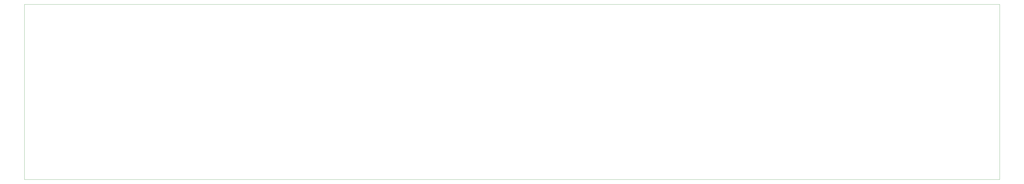
<source format=gm1>
G04 #@! TF.GenerationSoftware,KiCad,Pcbnew,(5.1.10)-1*
G04 #@! TF.CreationDate,2022-02-04T18:39:41-05:00*
G04 #@! TF.ProjectId,Utility_board,5574696c-6974-4795-9f62-6f6172642e6b,rev?*
G04 #@! TF.SameCoordinates,Original*
G04 #@! TF.FileFunction,Profile,NP*
%FSLAX46Y46*%
G04 Gerber Fmt 4.6, Leading zero omitted, Abs format (unit mm)*
G04 Created by KiCad (PCBNEW (5.1.10)-1) date 2022-02-04 18:39:41*
%MOMM*%
%LPD*%
G01*
G04 APERTURE LIST*
G04 #@! TA.AperFunction,Profile*
%ADD10C,0.050000*%
G04 #@! TD*
G04 APERTURE END LIST*
D10*
X433241000Y-26051000D02*
X33401000Y-26051000D01*
X433241000Y-26051000D02*
X433241000Y-98051000D01*
X33401000Y-98051000D02*
X433241000Y-98051000D01*
X33401000Y-26051000D02*
X33401000Y-98051000D01*
M02*

</source>
